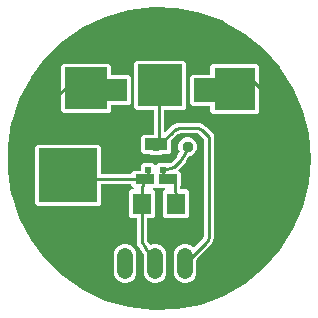
<source format=gbr>
G04 EAGLE Gerber X2 export*
%TF.Part,Single*%
%TF.FileFunction,Copper,L1,Top,Mixed*%
%TF.FilePolarity,Positive*%
%TF.GenerationSoftware,Autodesk,EAGLE,8.7.0*%
%TF.CreationDate,2018-03-13T06:50:33Z*%
G75*
%MOMM*%
%FSLAX34Y34*%
%LPD*%
%AMOC8*
5,1,8,0,0,1.08239X$1,22.5*%
G01*
%ADD10R,3.724963X3.555644*%
%ADD11R,3.555644X3.555644*%
%ADD12R,2.201113X1.947138*%
%ADD13R,3.555644X2.031794*%
%ADD14R,3.470981X3.640300*%
%ADD15R,4.910175X4.571544*%
%ADD16R,1.862481X1.015900*%
%ADD17R,1.608506X0.846581*%
%ADD18R,1.608503X0.846581*%
%ADD19R,0.635000X1.270000*%
%ADD20R,0.600000X0.550000*%
%ADD21R,1.600000X1.803000*%
%ADD22C,1.320800*%
%ADD23C,0.254000*%
%ADD24C,0.956400*%

G36*
X143155Y662D02*
X143155Y662D01*
X143187Y669D01*
X143276Y677D01*
X163429Y4791D01*
X163460Y4803D01*
X163547Y4825D01*
X182779Y12119D01*
X182807Y12135D01*
X182890Y12171D01*
X200702Y22456D01*
X200728Y22476D01*
X200803Y22525D01*
X216736Y35534D01*
X216757Y35558D01*
X216824Y35619D01*
X230464Y51014D01*
X230481Y51042D01*
X230537Y51112D01*
X241530Y68497D01*
X241543Y68527D01*
X241587Y68605D01*
X249649Y87528D01*
X249657Y87560D01*
X249688Y87644D01*
X254611Y107615D01*
X254613Y107647D01*
X254630Y107736D01*
X256285Y128238D01*
X256283Y128270D01*
X256285Y128360D01*
X254630Y148862D01*
X254622Y148894D01*
X254611Y148983D01*
X249688Y168954D01*
X249675Y168984D01*
X249662Y169027D01*
X249657Y169051D01*
X249653Y169058D01*
X249649Y169070D01*
X241587Y187993D01*
X241570Y188020D01*
X241530Y188101D01*
X230537Y205485D01*
X230515Y205510D01*
X230464Y205583D01*
X216824Y220979D01*
X216798Y221000D01*
X216736Y221064D01*
X200803Y234072D01*
X200775Y234089D01*
X200702Y234142D01*
X182890Y244426D01*
X182859Y244438D01*
X182779Y244479D01*
X163547Y251773D01*
X163515Y251779D01*
X163429Y251807D01*
X143276Y255921D01*
X143243Y255922D01*
X143155Y255936D01*
X122603Y256764D01*
X122570Y256760D01*
X122480Y256759D01*
X102062Y254280D01*
X102030Y254270D01*
X101942Y254255D01*
X82185Y248533D01*
X82156Y248519D01*
X82071Y248489D01*
X63488Y239672D01*
X63461Y239653D01*
X63382Y239610D01*
X46455Y227926D01*
X46431Y227903D01*
X46360Y227849D01*
X31526Y213600D01*
X31506Y213574D01*
X31444Y213509D01*
X19088Y197065D01*
X19073Y197036D01*
X19022Y196962D01*
X9464Y178749D01*
X9453Y178718D01*
X9416Y178636D01*
X2902Y159126D01*
X2897Y159094D01*
X2873Y159007D01*
X-426Y138705D01*
X-426Y138672D01*
X-436Y138583D01*
X-436Y118015D01*
X-431Y117982D01*
X-426Y117892D01*
X2873Y97590D01*
X2884Y97559D01*
X2902Y97471D01*
X9416Y77961D01*
X9431Y77932D01*
X9464Y77849D01*
X19022Y59636D01*
X19042Y59610D01*
X19088Y59533D01*
X31444Y43089D01*
X31468Y43066D01*
X31526Y42997D01*
X46360Y28749D01*
X46387Y28730D01*
X46455Y28672D01*
X63382Y16987D01*
X63412Y16973D01*
X63488Y16926D01*
X82071Y8109D01*
X82102Y8099D01*
X82185Y8065D01*
X101942Y2343D01*
X101975Y2339D01*
X102062Y2318D01*
X122481Y-161D01*
X122513Y-160D01*
X122603Y-166D01*
X143155Y662D01*
G37*
%LPC*%
G36*
X122526Y23250D02*
X122526Y23250D01*
X118978Y24719D01*
X116263Y27435D01*
X114793Y30983D01*
X114793Y46650D01*
X114793Y46654D01*
X114793Y46658D01*
X114773Y46777D01*
X114754Y46893D01*
X114752Y46897D01*
X114751Y46900D01*
X114679Y47052D01*
X109999Y54591D01*
X109997Y54593D01*
X109995Y54597D01*
X109890Y54727D01*
X109040Y55578D01*
X109040Y55918D01*
X109039Y55922D01*
X109040Y55926D01*
X109019Y56044D01*
X109000Y56161D01*
X108999Y56164D01*
X108998Y56168D01*
X108926Y56320D01*
X108746Y56609D01*
X109020Y57780D01*
X109020Y57783D01*
X109022Y57786D01*
X109040Y57953D01*
X109040Y77394D01*
X109037Y77414D01*
X109039Y77434D01*
X109017Y77535D01*
X109000Y77637D01*
X108991Y77654D01*
X108987Y77674D01*
X108934Y77763D01*
X108885Y77854D01*
X108871Y77868D01*
X108861Y77885D01*
X108782Y77952D01*
X108707Y78024D01*
X108689Y78032D01*
X108674Y78045D01*
X108578Y78084D01*
X108484Y78127D01*
X108464Y78129D01*
X108446Y78137D01*
X108279Y78155D01*
X104096Y78155D01*
X102310Y79941D01*
X102310Y100497D01*
X104096Y102283D01*
X105753Y102283D01*
X105824Y102294D01*
X105895Y102296D01*
X105944Y102314D01*
X105996Y102323D01*
X106059Y102356D01*
X106126Y102381D01*
X106167Y102413D01*
X106213Y102438D01*
X106262Y102490D01*
X106318Y102534D01*
X106347Y102578D01*
X106382Y102616D01*
X106413Y102681D01*
X106451Y102741D01*
X106464Y102792D01*
X106486Y102839D01*
X106494Y102910D01*
X106512Y102980D01*
X106507Y103032D01*
X106513Y103084D01*
X106498Y103154D01*
X106492Y103225D01*
X106472Y103273D01*
X106461Y103324D01*
X106424Y103386D01*
X106396Y103451D01*
X106351Y103507D01*
X106335Y103535D01*
X106317Y103550D01*
X106291Y103582D01*
X104467Y105406D01*
X104467Y106272D01*
X104464Y106291D01*
X104466Y106311D01*
X104444Y106412D01*
X104427Y106515D01*
X104418Y106532D01*
X104414Y106552D01*
X104361Y106641D01*
X104312Y106732D01*
X104298Y106746D01*
X104288Y106763D01*
X104209Y106830D01*
X104134Y106901D01*
X104116Y106910D01*
X104101Y106923D01*
X104005Y106961D01*
X103911Y107005D01*
X103891Y107007D01*
X103873Y107015D01*
X103706Y107033D01*
X79156Y107033D01*
X79136Y107030D01*
X79116Y107032D01*
X79015Y107010D01*
X78913Y106993D01*
X78895Y106984D01*
X78876Y106980D01*
X78787Y106927D01*
X78696Y106878D01*
X78682Y106864D01*
X78665Y106854D01*
X78597Y106775D01*
X78526Y106700D01*
X78518Y106682D01*
X78505Y106667D01*
X78466Y106570D01*
X78423Y106477D01*
X78420Y106457D01*
X78413Y106438D01*
X78395Y106272D01*
X78395Y90168D01*
X76609Y88382D01*
X24981Y88382D01*
X23195Y90168D01*
X23195Y138409D01*
X24981Y140195D01*
X76609Y140195D01*
X78395Y138409D01*
X78395Y116432D01*
X78398Y116412D01*
X78396Y116392D01*
X78418Y116291D01*
X78434Y116189D01*
X78444Y116171D01*
X78448Y116152D01*
X78501Y116063D01*
X78549Y115972D01*
X78564Y115958D01*
X78574Y115941D01*
X78653Y115873D01*
X78728Y115802D01*
X78746Y115794D01*
X78761Y115781D01*
X78857Y115742D01*
X78951Y115699D01*
X78971Y115696D01*
X78989Y115689D01*
X79156Y115670D01*
X103706Y115670D01*
X103726Y115674D01*
X103745Y115672D01*
X103847Y115694D01*
X103949Y115710D01*
X103966Y115720D01*
X103986Y115724D01*
X104075Y115777D01*
X104166Y115825D01*
X104180Y115840D01*
X104197Y115850D01*
X104264Y115929D01*
X104335Y116004D01*
X104344Y116022D01*
X104357Y116037D01*
X104396Y116133D01*
X104439Y116227D01*
X104441Y116246D01*
X104449Y116265D01*
X104463Y116394D01*
X106253Y118184D01*
X111729Y118184D01*
X111749Y118187D01*
X111769Y118185D01*
X111870Y118207D01*
X111972Y118224D01*
X111989Y118233D01*
X112009Y118237D01*
X112098Y118290D01*
X112189Y118339D01*
X112203Y118353D01*
X112220Y118363D01*
X112287Y118442D01*
X112359Y118517D01*
X112367Y118535D01*
X112380Y118550D01*
X112419Y118646D01*
X112462Y118740D01*
X112464Y118760D01*
X112472Y118778D01*
X112490Y118945D01*
X112490Y122509D01*
X114276Y124295D01*
X122802Y124295D01*
X124501Y122596D01*
X124517Y122585D01*
X124529Y122569D01*
X124604Y122521D01*
X124623Y122505D01*
X124634Y122500D01*
X124700Y122453D01*
X124719Y122447D01*
X124736Y122436D01*
X124837Y122411D01*
X124936Y122380D01*
X124955Y122381D01*
X124975Y122376D01*
X125078Y122384D01*
X125181Y122387D01*
X125200Y122394D01*
X125220Y122395D01*
X125315Y122436D01*
X125412Y122471D01*
X125428Y122484D01*
X125446Y122491D01*
X125515Y122547D01*
X125520Y122549D01*
X125526Y122555D01*
X125577Y122596D01*
X127276Y124295D01*
X135781Y124295D01*
X135807Y124299D01*
X135833Y124297D01*
X135998Y124327D01*
X137622Y124809D01*
X137717Y124855D01*
X137813Y124896D01*
X137830Y124910D01*
X137843Y124916D01*
X137866Y124939D01*
X137944Y125001D01*
X142925Y129982D01*
X142937Y129998D01*
X142953Y130011D01*
X143050Y130147D01*
X145089Y133780D01*
X145093Y133792D01*
X145101Y133803D01*
X145135Y133908D01*
X145173Y134011D01*
X145173Y134024D01*
X145177Y134037D01*
X145176Y134146D01*
X145179Y134257D01*
X145175Y134270D01*
X145175Y134283D01*
X145128Y134444D01*
X144107Y136910D01*
X144107Y140025D01*
X145299Y142903D01*
X147502Y145106D01*
X150380Y146298D01*
X153495Y146298D01*
X156373Y145106D01*
X158576Y142903D01*
X159768Y140025D01*
X159768Y136910D01*
X158576Y134032D01*
X156373Y131829D01*
X153614Y130686D01*
X153537Y130639D01*
X153457Y130598D01*
X153433Y130574D01*
X153405Y130557D01*
X153348Y130487D01*
X153284Y130422D01*
X153264Y130385D01*
X153248Y130367D01*
X153237Y130337D01*
X153203Y130276D01*
X153120Y130076D01*
X153098Y130067D01*
X153057Y130042D01*
X153013Y130026D01*
X152953Y129978D01*
X152888Y129938D01*
X152858Y129901D01*
X152821Y129872D01*
X152745Y129765D01*
X152731Y129748D01*
X152729Y129743D01*
X152724Y129735D01*
X150890Y126468D01*
X150852Y126365D01*
X150811Y126262D01*
X150809Y126246D01*
X150806Y126237D01*
X150805Y126209D01*
X150792Y126095D01*
X150792Y125634D01*
X150023Y124865D01*
X150011Y124848D01*
X149995Y124835D01*
X149897Y124699D01*
X149364Y123750D01*
X148921Y123625D01*
X148820Y123578D01*
X148719Y123535D01*
X148707Y123525D01*
X148698Y123521D01*
X148677Y123502D01*
X148588Y123430D01*
X144377Y119219D01*
X144365Y119203D01*
X144350Y119190D01*
X144293Y119103D01*
X144233Y119019D01*
X144227Y119000D01*
X144217Y118983D01*
X144191Y118883D01*
X144161Y118784D01*
X144161Y118764D01*
X144157Y118745D01*
X144165Y118642D01*
X144167Y118538D01*
X144174Y118519D01*
X144176Y118499D01*
X144216Y118405D01*
X144252Y118307D01*
X144264Y118291D01*
X144272Y118273D01*
X144377Y118142D01*
X146121Y116398D01*
X146121Y105406D01*
X146020Y105306D01*
X145962Y105225D01*
X145899Y105148D01*
X145891Y105125D01*
X145877Y105106D01*
X145848Y105011D01*
X145812Y104918D01*
X145810Y104888D01*
X145804Y104871D01*
X145805Y104838D01*
X145798Y104751D01*
X145836Y103027D01*
X145838Y103016D01*
X145836Y103005D01*
X145860Y102895D01*
X145881Y102786D01*
X145886Y102776D01*
X145889Y102764D01*
X145946Y102668D01*
X146000Y102571D01*
X146009Y102563D01*
X146015Y102553D01*
X146100Y102480D01*
X146183Y102405D01*
X146193Y102401D01*
X146202Y102393D01*
X146306Y102351D01*
X146408Y102307D01*
X146419Y102306D01*
X146430Y102301D01*
X146597Y102283D01*
X151062Y102283D01*
X152848Y100497D01*
X152848Y79941D01*
X151062Y78155D01*
X132536Y78155D01*
X130750Y79941D01*
X130750Y100497D01*
X132574Y102321D01*
X132616Y102379D01*
X132665Y102431D01*
X132687Y102479D01*
X132718Y102521D01*
X132739Y102589D01*
X132769Y102654D01*
X132775Y102706D01*
X132790Y102756D01*
X132788Y102828D01*
X132796Y102899D01*
X132785Y102950D01*
X132784Y103002D01*
X132759Y103069D01*
X132744Y103139D01*
X132717Y103184D01*
X132699Y103233D01*
X132654Y103289D01*
X132618Y103350D01*
X132578Y103384D01*
X132546Y103425D01*
X132485Y103464D01*
X132431Y103510D01*
X132382Y103530D01*
X132339Y103558D01*
X132269Y103575D01*
X132203Y103602D01*
X132131Y103610D01*
X132100Y103618D01*
X132077Y103616D01*
X132036Y103621D01*
X125682Y103621D01*
X125633Y103656D01*
X125614Y103662D01*
X125597Y103673D01*
X125497Y103698D01*
X125398Y103729D01*
X125378Y103728D01*
X125358Y103733D01*
X125255Y103725D01*
X125152Y103722D01*
X125133Y103715D01*
X125113Y103714D01*
X125018Y103673D01*
X124921Y103638D01*
X124905Y103625D01*
X124894Y103621D01*
X123122Y103621D01*
X123051Y103609D01*
X122979Y103607D01*
X122930Y103589D01*
X122879Y103581D01*
X122816Y103547D01*
X122748Y103523D01*
X122708Y103490D01*
X122662Y103466D01*
X122612Y103414D01*
X122556Y103369D01*
X122528Y103325D01*
X122492Y103287D01*
X122462Y103222D01*
X122423Y103162D01*
X122411Y103112D01*
X122389Y103064D01*
X122381Y102993D01*
X122363Y102924D01*
X122367Y102872D01*
X122362Y102820D01*
X122377Y102750D01*
X122382Y102678D01*
X122403Y102631D01*
X122414Y102580D01*
X122451Y102518D01*
X122479Y102452D01*
X122523Y102396D01*
X122540Y102368D01*
X122558Y102353D01*
X122583Y102321D01*
X124408Y100497D01*
X124408Y79941D01*
X122622Y78155D01*
X118439Y78155D01*
X118419Y78152D01*
X118399Y78154D01*
X118298Y78132D01*
X118196Y78116D01*
X118179Y78106D01*
X118159Y78102D01*
X118070Y78049D01*
X117979Y78001D01*
X117965Y77986D01*
X117948Y77976D01*
X117881Y77897D01*
X117809Y77822D01*
X117801Y77804D01*
X117788Y77789D01*
X117749Y77693D01*
X117706Y77599D01*
X117704Y77579D01*
X117696Y77561D01*
X117678Y77394D01*
X117678Y58815D01*
X117678Y58811D01*
X117678Y58808D01*
X117698Y58689D01*
X117717Y58573D01*
X117719Y58569D01*
X117720Y58565D01*
X117792Y58414D01*
X119728Y55295D01*
X119782Y55234D01*
X119828Y55167D01*
X119862Y55142D01*
X119890Y55110D01*
X119960Y55069D01*
X120025Y55020D01*
X120066Y55007D01*
X120102Y54986D01*
X120182Y54969D01*
X120259Y54944D01*
X120302Y54944D01*
X120343Y54936D01*
X120424Y54946D01*
X120505Y54946D01*
X120559Y54962D01*
X120588Y54965D01*
X120613Y54978D01*
X120666Y54993D01*
X122526Y55763D01*
X126366Y55763D01*
X129914Y54294D01*
X132629Y51579D01*
X134099Y48031D01*
X134099Y30983D01*
X132629Y27435D01*
X129914Y24719D01*
X126366Y23250D01*
X122526Y23250D01*
G37*
%LPD*%
%LPC*%
G36*
X147926Y23250D02*
X147926Y23250D01*
X144378Y24719D01*
X141663Y27435D01*
X140193Y30983D01*
X140193Y48031D01*
X141663Y51579D01*
X144378Y54294D01*
X147926Y55763D01*
X151766Y55763D01*
X155314Y54294D01*
X156382Y53226D01*
X156398Y53215D01*
X156410Y53199D01*
X156497Y53143D01*
X156581Y53083D01*
X156600Y53077D01*
X156617Y53066D01*
X156718Y53041D01*
X156816Y53010D01*
X156836Y53011D01*
X156856Y53006D01*
X156959Y53014D01*
X157062Y53017D01*
X157081Y53024D01*
X157101Y53025D01*
X157196Y53065D01*
X157293Y53101D01*
X157309Y53114D01*
X157327Y53121D01*
X157458Y53226D01*
X164180Y59948D01*
X164196Y59970D01*
X164230Y60004D01*
X164842Y60749D01*
X164856Y60774D01*
X164876Y60794D01*
X164957Y60941D01*
X165692Y62714D01*
X165698Y62742D01*
X165711Y62767D01*
X165719Y62805D01*
X165723Y62812D01*
X165725Y62831D01*
X165746Y62931D01*
X165841Y63891D01*
X165839Y63917D01*
X165844Y63966D01*
X165844Y144354D01*
X165829Y144445D01*
X165822Y144535D01*
X165810Y144565D01*
X165804Y144597D01*
X165762Y144678D01*
X165726Y144762D01*
X165700Y144794D01*
X165689Y144815D01*
X165666Y144837D01*
X165621Y144893D01*
X161286Y149228D01*
X161264Y149244D01*
X161230Y149278D01*
X161071Y149409D01*
X161047Y149423D01*
X161026Y149443D01*
X160879Y149524D01*
X160500Y149681D01*
X160473Y149687D01*
X160448Y149701D01*
X160284Y149735D01*
X160079Y149756D01*
X160052Y149754D01*
X160004Y149759D01*
X146263Y149759D01*
X146237Y149755D01*
X146188Y149756D01*
X145228Y149661D01*
X145201Y149654D01*
X145173Y149653D01*
X145012Y149607D01*
X143238Y148872D01*
X143214Y148857D01*
X143187Y148849D01*
X143046Y148757D01*
X142301Y148145D01*
X142283Y148126D01*
X142245Y148095D01*
X137878Y143728D01*
X137825Y143654D01*
X137766Y143585D01*
X137754Y143554D01*
X137735Y143528D01*
X137708Y143441D01*
X137674Y143356D01*
X137669Y143316D01*
X137662Y143293D01*
X137663Y143261D01*
X137655Y143190D01*
X137655Y134019D01*
X135869Y132233D01*
X130653Y132233D01*
X130563Y132219D01*
X130472Y132212D01*
X130442Y132199D01*
X130410Y132194D01*
X130330Y132151D01*
X130246Y132115D01*
X130214Y132090D01*
X130193Y132079D01*
X130171Y132055D01*
X130115Y132010D01*
X129302Y131198D01*
X120776Y131198D01*
X119963Y132010D01*
X119889Y132064D01*
X119820Y132123D01*
X119790Y132135D01*
X119764Y132154D01*
X119677Y132181D01*
X119592Y132215D01*
X119551Y132220D01*
X119529Y132226D01*
X119496Y132226D01*
X119425Y132233D01*
X114719Y132233D01*
X112933Y134019D01*
X112933Y146704D01*
X114719Y148490D01*
X122499Y148490D01*
X122519Y148493D01*
X122538Y148491D01*
X122640Y148513D01*
X122742Y148530D01*
X122759Y148539D01*
X122779Y148543D01*
X122868Y148596D01*
X122959Y148645D01*
X122973Y148659D01*
X122990Y148669D01*
X123057Y148748D01*
X123128Y148823D01*
X123137Y148841D01*
X123150Y148856D01*
X123188Y148953D01*
X123232Y149046D01*
X123234Y149066D01*
X123242Y149084D01*
X123260Y149251D01*
X123260Y168893D01*
X123257Y168912D01*
X123259Y168932D01*
X123237Y169033D01*
X123220Y169135D01*
X123211Y169153D01*
X123207Y169173D01*
X123154Y169262D01*
X123105Y169353D01*
X123091Y169367D01*
X123081Y169384D01*
X123002Y169451D01*
X122927Y169522D01*
X122909Y169531D01*
X122894Y169544D01*
X122797Y169582D01*
X122704Y169626D01*
X122684Y169628D01*
X122666Y169636D01*
X122499Y169654D01*
X108793Y169654D01*
X107007Y171440D01*
X107007Y209522D01*
X108793Y211308D01*
X148568Y211308D01*
X150354Y209522D01*
X150354Y171440D01*
X148568Y169654D01*
X132659Y169654D01*
X132639Y169651D01*
X132619Y169653D01*
X132518Y169631D01*
X132416Y169614D01*
X132398Y169605D01*
X132379Y169601D01*
X132290Y169547D01*
X132199Y169499D01*
X132185Y169485D01*
X132168Y169475D01*
X132101Y169396D01*
X132029Y169321D01*
X132021Y169303D01*
X132008Y169288D01*
X131969Y169191D01*
X131926Y169098D01*
X131923Y169078D01*
X131916Y169059D01*
X131898Y168893D01*
X131898Y151800D01*
X131909Y151730D01*
X131911Y151658D01*
X131929Y151609D01*
X131937Y151558D01*
X131971Y151494D01*
X131995Y151427D01*
X132028Y151386D01*
X132052Y151340D01*
X132104Y151291D01*
X132149Y151235D01*
X132193Y151207D01*
X132231Y151171D01*
X132296Y151141D01*
X132356Y151102D01*
X132407Y151089D01*
X132454Y151067D01*
X132525Y151059D01*
X132595Y151042D01*
X132647Y151046D01*
X132698Y151040D01*
X132768Y151055D01*
X132840Y151061D01*
X132888Y151081D01*
X132939Y151092D01*
X133000Y151129D01*
X133066Y151157D01*
X133122Y151202D01*
X133150Y151219D01*
X133165Y151236D01*
X133197Y151262D01*
X134650Y152715D01*
X135995Y154060D01*
X136219Y154284D01*
X138152Y156217D01*
X143414Y158397D01*
X162083Y158397D01*
X165924Y156806D01*
X167608Y155121D01*
X168881Y153848D01*
X174482Y148248D01*
X174482Y61117D01*
X172302Y55855D01*
X170433Y53986D01*
X159722Y43275D01*
X159669Y43201D01*
X159609Y43131D01*
X159597Y43101D01*
X159578Y43075D01*
X159552Y42988D01*
X159517Y42903D01*
X159513Y42862D01*
X159506Y42840D01*
X159507Y42808D01*
X159499Y42736D01*
X159499Y30983D01*
X158029Y27435D01*
X155314Y24719D01*
X151766Y23250D01*
X147926Y23250D01*
G37*
%LPD*%
%LPC*%
G36*
X173133Y166268D02*
X173133Y166268D01*
X171347Y168054D01*
X171347Y172279D01*
X171344Y172299D01*
X171346Y172319D01*
X171324Y172420D01*
X171307Y172522D01*
X171298Y172539D01*
X171294Y172559D01*
X171241Y172648D01*
X171192Y172739D01*
X171178Y172753D01*
X171168Y172770D01*
X171089Y172837D01*
X171014Y172909D01*
X170996Y172917D01*
X170981Y172930D01*
X170885Y172969D01*
X170791Y173012D01*
X170771Y173014D01*
X170753Y173022D01*
X170586Y173040D01*
X156201Y173040D01*
X154416Y174826D01*
X154416Y197670D01*
X156201Y199456D01*
X170586Y199456D01*
X170606Y199459D01*
X170625Y199457D01*
X170727Y199479D01*
X170829Y199495D01*
X170846Y199505D01*
X170866Y199509D01*
X170955Y199562D01*
X171046Y199611D01*
X171060Y199625D01*
X171077Y199635D01*
X171144Y199714D01*
X171215Y199789D01*
X171224Y199807D01*
X171237Y199822D01*
X171276Y199918D01*
X171319Y200012D01*
X171321Y200032D01*
X171329Y200050D01*
X171347Y200217D01*
X171347Y206982D01*
X173133Y208768D01*
X210369Y208768D01*
X212154Y206982D01*
X212154Y168054D01*
X210369Y166268D01*
X173133Y166268D01*
G37*
%LPD*%
%LPC*%
G36*
X46992Y167114D02*
X46992Y167114D01*
X45206Y168900D01*
X45206Y206982D01*
X46992Y208768D01*
X85074Y208768D01*
X86860Y206982D01*
X86860Y200217D01*
X86864Y200197D01*
X86861Y200178D01*
X86883Y200076D01*
X86900Y199974D01*
X86909Y199957D01*
X86914Y199937D01*
X86967Y199848D01*
X87015Y199757D01*
X87030Y199743D01*
X87040Y199726D01*
X87119Y199659D01*
X87194Y199588D01*
X87212Y199579D01*
X87227Y199566D01*
X87323Y199527D01*
X87417Y199484D01*
X87436Y199482D01*
X87455Y199474D01*
X87622Y199456D01*
X102006Y199456D01*
X103792Y197670D01*
X103792Y175673D01*
X102006Y173887D01*
X87622Y173887D01*
X87602Y173884D01*
X87582Y173886D01*
X87481Y173864D01*
X87379Y173847D01*
X87361Y173838D01*
X87342Y173834D01*
X87253Y173780D01*
X87161Y173732D01*
X87148Y173718D01*
X87131Y173707D01*
X87063Y173629D01*
X86992Y173554D01*
X86984Y173536D01*
X86971Y173521D01*
X86932Y173424D01*
X86888Y173331D01*
X86886Y173311D01*
X86879Y173292D01*
X86860Y173126D01*
X86860Y168900D01*
X85074Y167114D01*
X46992Y167114D01*
G37*
%LPD*%
%LPC*%
G36*
X97126Y23250D02*
X97126Y23250D01*
X93578Y24719D01*
X90863Y27435D01*
X89393Y30983D01*
X89393Y48031D01*
X90863Y51579D01*
X93578Y54294D01*
X97126Y55763D01*
X100966Y55763D01*
X104514Y54294D01*
X107229Y51579D01*
X108699Y48031D01*
X108699Y30983D01*
X107229Y27435D01*
X104514Y24719D01*
X100966Y23250D01*
X97126Y23250D01*
G37*
%LPD*%
D10*
X128680Y190481D03*
D11*
X66033Y187941D03*
D12*
X89738Y186671D03*
D13*
X175242Y186248D03*
D14*
X191751Y187518D03*
D15*
X50795Y114289D03*
D16*
X125294Y140362D03*
D17*
X115558Y110902D03*
D18*
X135030Y110902D03*
D19*
X67089Y111352D03*
D20*
X118539Y118496D03*
X131539Y118496D03*
X125039Y136996D03*
D19*
X127579Y180973D03*
D21*
X141799Y90219D03*
X113359Y90219D03*
D19*
X203460Y198144D03*
X56171Y187985D03*
D22*
X99046Y46111D02*
X99046Y32903D01*
X149846Y32903D02*
X149846Y46111D01*
X124446Y46111D02*
X124446Y32903D01*
D23*
X113359Y86351D02*
X113359Y90219D01*
X113359Y86351D02*
X113359Y57367D01*
X124446Y39507D01*
X113699Y111352D02*
X67089Y111352D01*
X113699Y111352D02*
X113828Y111350D01*
X113956Y111345D01*
X114085Y111335D01*
X114213Y111322D01*
X114340Y111305D01*
X114467Y111285D01*
X114594Y111261D01*
X114719Y111233D01*
X114844Y111201D01*
X114968Y111166D01*
X115091Y111127D01*
X115212Y111085D01*
X115333Y111039D01*
X115452Y110990D01*
X115569Y110937D01*
X115685Y110881D01*
X115799Y110822D01*
X115911Y110759D01*
X116022Y110693D01*
X116131Y110624D01*
X116237Y110552D01*
X116341Y110476D01*
X116444Y110398D01*
X116543Y110317D01*
X116641Y110233D01*
X116736Y110146D01*
X116828Y110056D01*
X116932Y110162D01*
X117032Y110270D01*
X117130Y110381D01*
X117225Y110495D01*
X117317Y110611D01*
X117406Y110729D01*
X117492Y110849D01*
X117575Y110972D01*
X117655Y111096D01*
X117732Y111223D01*
X117805Y111351D01*
X117875Y111482D01*
X117942Y111614D01*
X118006Y111747D01*
X118066Y111883D01*
X118122Y112019D01*
X118175Y112157D01*
X118225Y112297D01*
X118271Y112437D01*
X118314Y112579D01*
X118353Y112722D01*
X118388Y112866D01*
X118419Y113010D01*
X118447Y113156D01*
X118472Y113302D01*
X118492Y113448D01*
X118509Y113595D01*
X118522Y113742D01*
X118532Y113890D01*
X118537Y114038D01*
X118539Y114186D01*
X118539Y118496D01*
X116828Y110056D02*
X116288Y109515D01*
X116122Y109345D01*
X115959Y109171D01*
X115802Y108993D01*
X115648Y108811D01*
X115498Y108626D01*
X115354Y108437D01*
X115213Y108245D01*
X115078Y108049D01*
X114946Y107850D01*
X114820Y107649D01*
X114699Y107444D01*
X114582Y107236D01*
X114471Y107026D01*
X114364Y106813D01*
X114263Y106598D01*
X114166Y106381D01*
X114075Y106161D01*
X113990Y105939D01*
X113909Y105715D01*
X113834Y105489D01*
X113764Y105261D01*
X113700Y105032D01*
X113641Y104802D01*
X113588Y104570D01*
X113540Y104337D01*
X113497Y104102D01*
X113461Y103867D01*
X113430Y103631D01*
X113404Y103395D01*
X113384Y103157D01*
X113370Y102920D01*
X113362Y102682D01*
X113359Y102444D01*
X113359Y90219D01*
X127579Y137843D02*
X127579Y180973D01*
X127579Y137843D02*
X127491Y137770D01*
X127401Y137699D01*
X127309Y137632D01*
X127214Y137567D01*
X127118Y137505D01*
X127019Y137447D01*
X126919Y137392D01*
X126817Y137340D01*
X126713Y137292D01*
X126608Y137247D01*
X126501Y137206D01*
X126393Y137168D01*
X126284Y137133D01*
X126174Y137102D01*
X126063Y137075D01*
X125951Y137052D01*
X125838Y137032D01*
X125725Y137015D01*
X125611Y137003D01*
X125497Y136994D01*
X125382Y136989D01*
X125268Y136988D01*
X125153Y136991D01*
X125039Y136997D01*
X125039Y136996D02*
X139192Y151149D01*
X139362Y151315D01*
X139536Y151478D01*
X139714Y151635D01*
X139896Y151789D01*
X140081Y151939D01*
X140270Y152083D01*
X140462Y152224D01*
X140658Y152359D01*
X140857Y152491D01*
X141058Y152617D01*
X141263Y152738D01*
X141471Y152855D01*
X141681Y152966D01*
X141894Y153073D01*
X142109Y153174D01*
X142326Y153271D01*
X142546Y153362D01*
X142768Y153447D01*
X142992Y153528D01*
X143218Y153603D01*
X143446Y153673D01*
X143675Y153737D01*
X143905Y153796D01*
X144137Y153849D01*
X144370Y153897D01*
X144605Y153940D01*
X144840Y153976D01*
X145076Y154007D01*
X145312Y154033D01*
X145550Y154053D01*
X145787Y154067D01*
X146025Y154075D01*
X146263Y154078D01*
X160004Y154078D01*
X160159Y154076D01*
X160315Y154070D01*
X160470Y154060D01*
X160624Y154047D01*
X160779Y154029D01*
X160932Y154007D01*
X161086Y153982D01*
X161238Y153952D01*
X161390Y153919D01*
X161541Y153882D01*
X161691Y153841D01*
X161839Y153797D01*
X161987Y153748D01*
X162133Y153696D01*
X162278Y153641D01*
X162422Y153581D01*
X162564Y153518D01*
X162704Y153451D01*
X162843Y153381D01*
X162979Y153308D01*
X163114Y153231D01*
X163247Y153150D01*
X163378Y153066D01*
X163506Y152979D01*
X163633Y152889D01*
X163757Y152795D01*
X163878Y152699D01*
X163998Y152599D01*
X164114Y152496D01*
X164228Y152391D01*
X164339Y152282D01*
X164340Y152282D02*
X170163Y146459D01*
X170163Y63966D01*
X170160Y63728D01*
X170152Y63490D01*
X170138Y63253D01*
X170118Y63015D01*
X170092Y62779D01*
X170061Y62543D01*
X170025Y62308D01*
X169982Y62073D01*
X169934Y61840D01*
X169881Y61608D01*
X169822Y61378D01*
X169758Y61149D01*
X169688Y60921D01*
X169613Y60695D01*
X169532Y60471D01*
X169447Y60249D01*
X169356Y60029D01*
X169259Y59812D01*
X169158Y59597D01*
X169051Y59384D01*
X168940Y59174D01*
X168823Y58966D01*
X168702Y58761D01*
X168576Y58560D01*
X168444Y58361D01*
X168309Y58165D01*
X168168Y57973D01*
X168024Y57784D01*
X167874Y57599D01*
X167720Y57417D01*
X167563Y57239D01*
X167400Y57065D01*
X167234Y56895D01*
X149846Y39507D01*
X129947Y112470D02*
X131539Y118496D01*
X129947Y112470D02*
X130278Y112138D01*
X130448Y111972D01*
X130622Y111809D01*
X130800Y111652D01*
X130982Y111498D01*
X131167Y111348D01*
X131356Y111204D01*
X131548Y111063D01*
X131744Y110928D01*
X131943Y110796D01*
X132144Y110670D01*
X132349Y110549D01*
X132557Y110432D01*
X132767Y110321D01*
X132980Y110214D01*
X133195Y110113D01*
X133412Y110016D01*
X133632Y109925D01*
X133854Y109840D01*
X134078Y109759D01*
X134304Y109684D01*
X134532Y109614D01*
X134761Y109550D01*
X134991Y109491D01*
X135223Y109438D01*
X135456Y109390D01*
X135691Y109347D01*
X135926Y109311D01*
X136162Y109280D01*
X136398Y109254D01*
X136636Y109234D01*
X136873Y109220D01*
X137111Y109212D01*
X137349Y109209D01*
X141379Y109209D01*
X141799Y90219D01*
X131539Y118496D02*
X140087Y121036D01*
X146474Y127423D01*
X149821Y133388D01*
X151937Y138468D01*
D24*
X151937Y138468D03*
X222250Y166370D03*
D23*
X222250Y175212D01*
X222247Y175450D01*
X222239Y175688D01*
X222225Y175925D01*
X222205Y176163D01*
X222179Y176399D01*
X222148Y176635D01*
X222112Y176870D01*
X222069Y177105D01*
X222021Y177338D01*
X221968Y177570D01*
X221909Y177800D01*
X221845Y178029D01*
X221775Y178257D01*
X221700Y178483D01*
X221619Y178707D01*
X221534Y178929D01*
X221443Y179149D01*
X221346Y179366D01*
X221245Y179581D01*
X221138Y179794D01*
X221027Y180004D01*
X220910Y180212D01*
X220789Y180417D01*
X220663Y180618D01*
X220531Y180817D01*
X220396Y181013D01*
X220255Y181205D01*
X220111Y181394D01*
X219961Y181579D01*
X219807Y181761D01*
X219650Y181939D01*
X219487Y182113D01*
X219321Y182283D01*
X203460Y198144D01*
D24*
X27940Y167640D03*
D23*
X53717Y193417D01*
X53717Y193416D02*
X53725Y193231D01*
X53737Y193046D01*
X53754Y192862D01*
X53776Y192678D01*
X53801Y192494D01*
X53831Y192311D01*
X53866Y192129D01*
X53904Y191948D01*
X53947Y191768D01*
X53994Y191588D01*
X54046Y191410D01*
X54102Y191234D01*
X54162Y191058D01*
X54226Y190884D01*
X54294Y190712D01*
X54366Y190541D01*
X54442Y190372D01*
X54523Y190205D01*
X54607Y190040D01*
X54695Y189877D01*
X54787Y189717D01*
X54883Y189558D01*
X54983Y189402D01*
X55086Y189248D01*
X55193Y189096D01*
X55303Y188947D01*
X55417Y188801D01*
X55535Y188658D01*
X55655Y188517D01*
X55779Y188380D01*
X55907Y188245D01*
X56037Y188114D01*
X56171Y187985D01*
M02*

</source>
